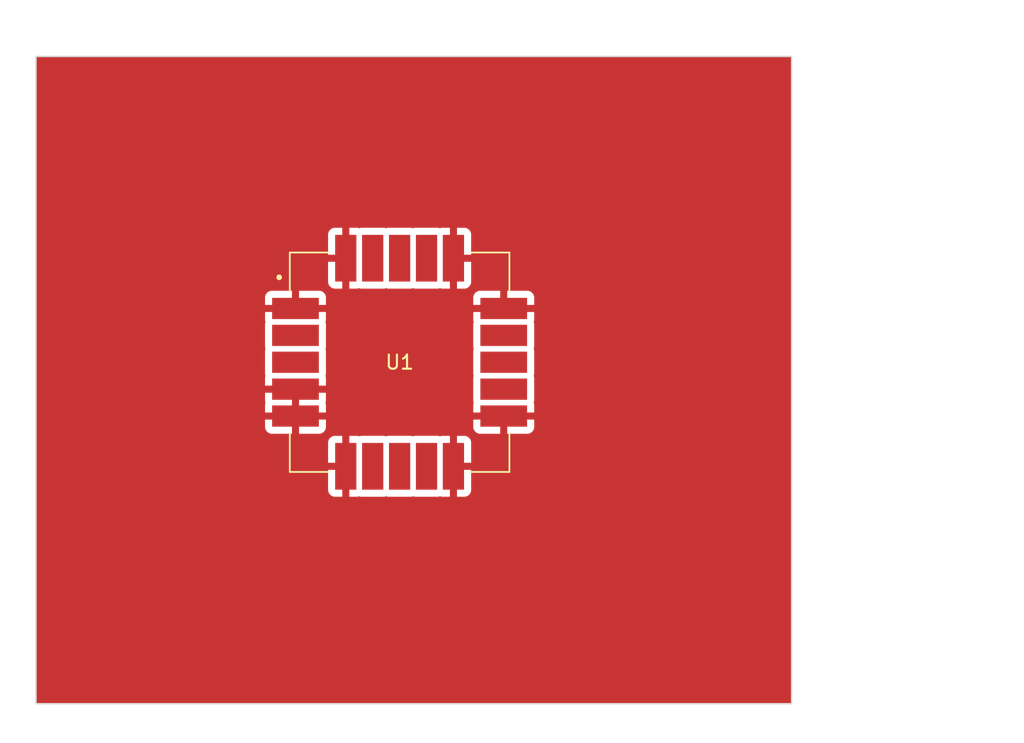
<source format=kicad_pcb>
(kicad_pcb (version 20221018) (generator pcbnew)
  (layers (0 "F.Cu" signal) (31 "B.Cu" signal) (34 "B.Paste" user) (35 "F.Paste" user) (36 "B.SilkS" user "B.Silkscreen") (37 "F.SilkS" user "F.Silkscreen") (38 "B.Mask" user) (39 "F.Mask" user) (44 "Edge.Cuts" user))
  (net 0 "")
  (net 1 "GND")
  (footprint "SAM_M10Q_00B:XCVR_SAM-M10Q-00B" (layer "F.Cu") (at 132.35 95.26)
    (fp_text reference "U1" (at 0 0) (layer "F.SilkS"))
    (fp_text value "SAM-M10Q-00B")
    (fp_line (start -7.75 -7.75) (end -7.75 -5) (stroke (width 0.127)) (layer "F.SilkS"))
    (fp_line (start -7.75 -7.75) (end -5 -7.75) (stroke (width 0.127)) (layer "F.SilkS"))
    (fp_line (start -7.75 7.75) (end -7.75 5) (stroke (width 0.127)) (layer "F.SilkS"))
    (fp_line (start -7.75 7.75) (end -5 7.75) (stroke (width 0.127)) (layer "F.SilkS"))
    (fp_line (start 7.75 -7.75) (end 5 -7.75) (stroke (width 0.127)) (layer "F.SilkS"))
    (fp_line (start 7.75 -7.75) (end 7.75 -5) (stroke (width 0.127)) (layer "F.SilkS"))
    (fp_line (start 7.75 7.75) (end 5 7.75) (stroke (width 0.127)) (layer "F.SilkS"))
    (fp_line (start 7.75 7.75) (end 7.75 5) (stroke (width 0.127)) (layer "F.SilkS"))
    (fp_circle (center -8.5 -6) (end -8.4 -6) (stroke (width 0.2)) (fill none) (layer "F.SilkS"))
    (pad "1" smd rect (at -7.35 -3.8) (size 3.3 1.5) (layers "F.Cu") (net 1 "GND"))
    (pad "2" smd rect (at -7.35 -1.9) (size 3.3 1.5) (layers "F.Cu"))
    (pad "3" smd rect (at -7.35 0) (size 3.3 1.5) (layers "F.Cu"))
    (pad "4" smd rect (at -7.35 1.9) (size 3.3 1.5) (layers "F.Cu") (net 1 "GND"))
    (pad "5" smd rect (at -7.35 3.8) (size 3.3 1.5) (layers "F.Cu") (net 1 "GND"))
    (pad "6" smd rect (at -3.8 7.35) (size 1.5 3.3) (layers "F.Cu") (net 1 "GND"))
    (pad "7" smd rect (at -1.9 7.35) (size 1.5 3.3) (layers "F.Cu"))
    (pad "8" smd rect (at 0 7.35) (size 1.5 3.3) (layers "F.Cu"))
    (pad "9" smd rect (at 1.9 7.35) (size 1.5 3.3) (layers "F.Cu"))
    (pad "10" smd rect (at 3.8 7.35) (size 1.5 3.3) (layers "F.Cu") (net 1 "GND"))
    (pad "11" smd rect (at 7.35 3.8) (size 3.3 1.5) (layers "F.Cu") (net 1 "GND"))
    (pad "12" smd rect (at 7.35 1.9) (size 3.3 1.5) (layers "F.Cu"))
    (pad "13" smd rect (at 7.35 0) (size 3.3 1.5) (layers "F.Cu"))
    (pad "14" smd rect (at 7.35 -1.9) (size 3.3 1.5) (layers "F.Cu"))
    (pad "15" smd rect (at 7.35 -3.8) (size 3.3 1.5) (layers "F.Cu") (net 1 "GND"))
    (pad "16" smd rect (at 3.8 -7.35) (size 1.5 3.3) (layers "F.Cu") (net 1 "GND"))
    (pad "17" smd rect (at 1.9 -7.35) (size 1.5 3.3) (layers "F.Cu"))
    (pad "18" smd rect (at 0 -7.35) (size 1.5 3.3) (layers "F.Cu"))
    (pad "19" smd rect (at -1.9 -7.35) (size 1.5 3.3) (layers "F.Cu"))
    (pad "20" smd rect (at -3.8 -7.35) (size 1.5 3.3) (layers "F.Cu") (net 1 "GND"))
  )
  (gr_rect (start 106.68 73.66) (end 160.02 119.38) (stroke (width 0.1)) (fill none) (layer "Edge.Cuts"))
  (zone (net 1) (net_name "GND") (layer "F.Cu") (connect_pads (clearance 0.5)) (min_thickness 0.25) (fill yes (thermal_gap 0.5) (thermal_bridge_width 0.5))
    (polygon (pts (xy 104.14 71.12) (xy 104.14 121.92) (xy 162.56 121.92) (xy 162.56 71.12)))
  )
)
</source>
